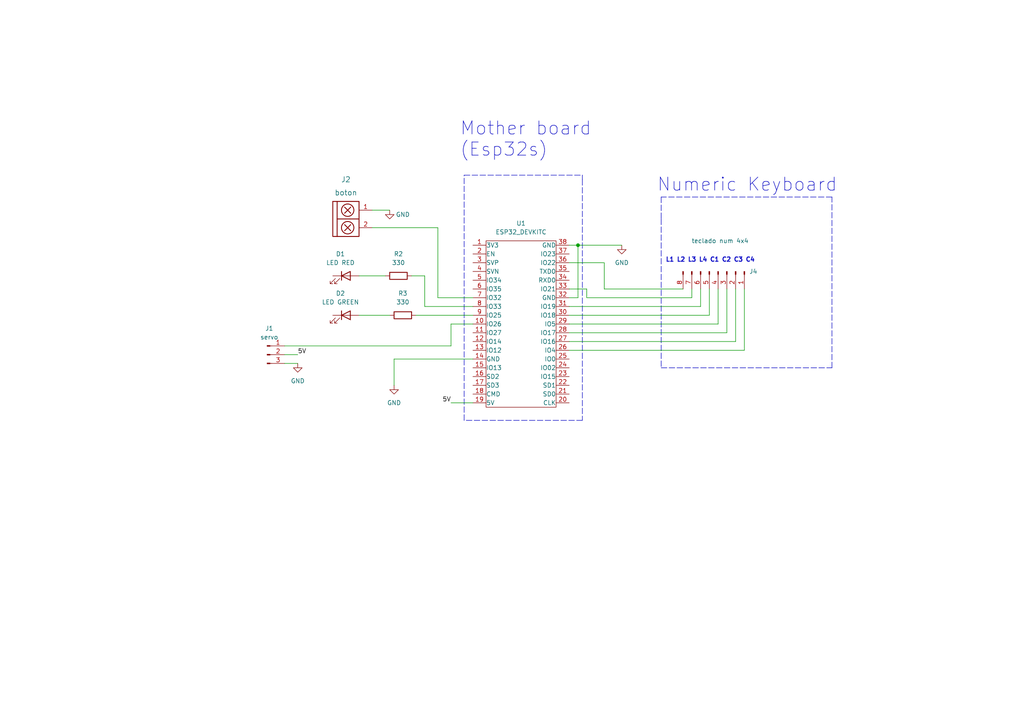
<source format=kicad_sch>
(kicad_sch (version 20211123) (generator eeschema)
  (paper "A4")
  (lib_symbols
    (symbol "Connector:Conn_01x03_Male" (pin_names (offset 1.016) hide)
      (property "Reference" "J" (at 0 5.08 0))
      (property "Value" "Conn_01x03_Male" (at 0 -5.08 0))
      (symbol "Conn_01x03_Male_1_1"
        (polyline (pts (xy 1.27 -2.54) (xy 0.8636 -2.54)) (stroke (width 0.1524)))
        (polyline (pts (xy 1.27 0) (xy 0.8636 0)) (stroke (width 0.1524)))
        (polyline (pts (xy 1.27 2.54) (xy 0.8636 2.54)) (stroke (width 0.1524)))
        (rectangle (start 0.8636 -2.413) (end 0 -2.667) (stroke (width 0.1524)) (fill (type outline)))
        (rectangle (start 0.8636 0.127) (end 0 -0.127) (stroke (width 0.1524)) (fill (type outline)))
        (rectangle (start 0.8636 2.667) (end 0 2.413) (stroke (width 0.1524)) (fill (type outline)))
        (pin passive line (at 5.08 2.54 180) (length 3.81) (name "Pin_1") (number "1"))
        (pin passive line (at 5.08 0 180) (length 3.81) (name "Pin_2") (number "2"))
        (pin passive line (at 5.08 -2.54 180) (length 3.81) (name "Pin_3") (number "3"))
      )
    )
    (symbol "Connector:Conn_01x08_Male" (pin_names (offset 1.016) hide)
      (property "Reference" "J" (at 0 10.16 0))
      (property "Value" "Conn_01x08_Male" (at 0 -12.7 0))
      (symbol "Conn_01x08_Male_1_1"
        (polyline (pts (xy 1.27 -10.16) (xy 0.8636 -10.16)) (stroke (width 0.1524)))
        (polyline (pts (xy 1.27 -7.62) (xy 0.8636 -7.62)) (stroke (width 0.1524)))
        (polyline (pts (xy 1.27 -5.08) (xy 0.8636 -5.08)) (stroke (width 0.1524)))
        (polyline (pts (xy 1.27 -2.54) (xy 0.8636 -2.54)) (stroke (width 0.1524)))
        (polyline (pts (xy 1.27 0) (xy 0.8636 0)) (stroke (width 0.1524)))
        (polyline (pts (xy 1.27 2.54) (xy 0.8636 2.54)) (stroke (width 0.1524)))
        (polyline (pts (xy 1.27 5.08) (xy 0.8636 5.08)) (stroke (width 0.1524)))
        (polyline (pts (xy 1.27 7.62) (xy 0.8636 7.62)) (stroke (width 0.1524)))
        (rectangle (start 0.8636 -10.033) (end 0 -10.287) (stroke (width 0.1524)) (fill (type outline)))
        (rectangle (start 0.8636 -7.493) (end 0 -7.747) (stroke (width 0.1524)) (fill (type outline)))
        (rectangle (start 0.8636 -4.953) (end 0 -5.207) (stroke (width 0.1524)) (fill (type outline)))
        (rectangle (start 0.8636 -2.413) (end 0 -2.667) (stroke (width 0.1524)) (fill (type outline)))
        (rectangle (start 0.8636 0.127) (end 0 -0.127) (stroke (width 0.1524)) (fill (type outline)))
        (rectangle (start 0.8636 2.667) (end 0 2.413) (stroke (width 0.1524)) (fill (type outline)))
        (rectangle (start 0.8636 5.207) (end 0 4.953) (stroke (width 0.1524)) (fill (type outline)))
        (rectangle (start 0.8636 7.747) (end 0 7.493) (stroke (width 0.1524)) (fill (type outline)))
        (pin passive line (at 5.08 7.62 180) (length 3.81) (name "Pin_1") (number "1"))
        (pin passive line (at 5.08 5.08 180) (length 3.81) (name "Pin_2") (number "2"))
        (pin passive line (at 5.08 2.54 180) (length 3.81) (name "Pin_3") (number "3"))
        (pin passive line (at 5.08 0 180) (length 3.81) (name "Pin_4") (number "4"))
        (pin passive line (at 5.08 -2.54 180) (length 3.81) (name "Pin_5") (number "5"))
        (pin passive line (at 5.08 -5.08 180) (length 3.81) (name "Pin_6") (number "6"))
        (pin passive line (at 5.08 -7.62 180) (length 3.81) (name "Pin_7") (number "7"))
        (pin passive line (at 5.08 -10.16 180) (length 3.81) (name "Pin_8") (number "8"))
      )
    )
    (symbol "Device:LED" (pin_numbers hide) (pin_names (offset 1.016) hide)
      (property "Reference" "D" (at 0 2.54 0))
      (property "Value" "LED" (at 0 -2.54 0))
      (symbol "LED_0_1"
        (polyline (pts (xy -1.27 -1.27) (xy -1.27 1.27)) (stroke (width 0.254)))
        (polyline (pts (xy -1.27 0) (xy 1.27 0)))
        (polyline (pts (xy 1.27 -1.27) (xy 1.27 1.27) (xy -1.27 0) (xy 1.27 -1.27)) (stroke (width 0.254)))
        (polyline (pts (xy -3.048 -0.762) (xy -4.572 -2.286) (xy -3.81 -2.286) (xy -4.572 -2.286) (xy -4.572 -1.524)))
        (polyline (pts (xy -1.778 -0.762) (xy -3.302 -2.286) (xy -2.54 -2.286) (xy -3.302 -2.286) (xy -3.302 -1.524)))
      )
      (symbol "LED_1_1"
        (pin passive line (at -3.81 0 0) (length 2.54) (name "K") (number "1"))
        (pin passive line (at 3.81 0 180) (length 2.54) (name "A") (number "2"))
      )
    )
    (symbol "Device:R" (pin_numbers hide) (pin_names (offset 0))
      (property "Reference" "R" (at 2.032 0 90))
      (property "Value" "R" (at 0 0 90))
      (symbol "R_0_1"
        (rectangle (start -1.016 -2.54) (end 1.016 2.54) (stroke (width 0.254)))
      )
      (symbol "R_1_1"
        (pin passive line (at 0 3.81 270) (length 1.27) (name "~") (number "1"))
        (pin passive line (at 0 -3.81 90) (length 1.27) (name "~") (number "2"))
      )
    )
    (symbol "EESTN5:ESP32_DEVKITC" (pin_names (offset 0.0254))
      (property "Reference" "U" (at 0 25.4 0))
      (property "Value" "ESP32_DEVKITC" (at 0 -25.4 0))
      (symbol "ESP32_DEVKITC_0_1"
        (rectangle (start -10.16 24.13) (end 10.16 -24.13))
      )
      (symbol "ESP32_DEVKITC_1_1"
        (pin passive line (at -13.97 22.86 0) (length 3.81) (name "3V3") (number "1"))
        (pin passive line (at -13.97 0 0) (length 3.81) (name "IO26") (number "10"))
        (pin passive line (at -13.97 -2.54 0) (length 3.81) (name "IO27") (number "11"))
        (pin passive line (at -13.97 -5.08 0) (length 3.81) (name "IO14") (number "12"))
        (pin passive line (at -13.97 -7.62 0) (length 3.81) (name "IO12") (number "13"))
        (pin passive line (at -13.97 -10.16 0) (length 3.81) (name "GND") (number "14"))
        (pin passive line (at -13.97 -12.7 0) (length 3.81) (name "IO13") (number "15"))
        (pin passive line (at -13.97 -15.24 0) (length 3.81) (name "SD2") (number "16"))
        (pin passive line (at -13.97 -17.78 0) (length 3.81) (name "SD3") (number "17"))
        (pin passive line (at -13.97 -20.32 0) (length 3.81) (name "CMD") (number "18"))
        (pin passive line (at -13.97 -22.86 0) (length 3.81) (name "5V") (number "19"))
        (pin passive line (at -13.97 20.32 0) (length 3.81) (name "EN") (number "2"))
        (pin passive line (at 13.97 -22.86 180) (length 3.81) (name "CLK") (number "20"))
        (pin passive line (at 13.97 -20.32 180) (length 3.81) (name "SD0") (number "21"))
        (pin passive line (at 13.97 -17.78 180) (length 3.81) (name "SD1") (number "22"))
        (pin passive line (at 13.97 -15.24 180) (length 3.81) (name "IO15") (number "23"))
        (pin passive line (at 13.97 -12.7 180) (length 3.81) (name "IO02") (number "24"))
        (pin passive line (at 13.97 -10.16 180) (length 3.81) (name "IO0") (number "25"))
        (pin passive line (at 13.97 -7.62 180) (length 3.81) (name "IO4") (number "26"))
        (pin passive line (at 13.97 -5.08 180) (length 3.81) (name "IO16") (number "27"))
        (pin passive line (at 13.97 -2.54 180) (length 3.81) (name "IO17") (number "28"))
        (pin passive line (at 13.97 0 180) (length 3.81) (name "IO5") (number "29"))
        (pin passive line (at -13.97 17.78 0) (length 3.81) (name "SVP") (number "3"))
        (pin passive line (at 13.97 2.54 180) (length 3.81) (name "IO18") (number "30"))
        (pin passive line (at 13.97 5.08 180) (length 3.81) (name "IO19") (number "31"))
        (pin passive line (at 13.97 7.62 180) (length 3.81) (name "GND") (number "32"))
        (pin passive line (at 13.97 10.16 180) (length 3.81) (name "IO21") (number "33"))
        (pin passive line (at 13.97 12.7 180) (length 3.81) (name "RXD0") (number "34"))
        (pin passive line (at 13.97 15.24 180) (length 3.81) (name "TXD0") (number "35"))
        (pin passive line (at 13.97 17.78 180) (length 3.81) (name "IO22") (number "36"))
        (pin passive line (at 13.97 20.32 180) (length 3.81) (name "IO23") (number "37"))
        (pin passive line (at 13.97 22.86 180) (length 3.81) (name "GND") (number "38"))
        (pin passive line (at -13.97 15.24 0) (length 3.81) (name "SVN") (number "4"))
        (pin passive line (at -13.97 12.7 0) (length 3.81) (name "IO34") (number "5"))
        (pin passive line (at -13.97 10.16 0) (length 3.81) (name "IO35") (number "6"))
        (pin passive line (at -13.97 7.62 0) (length 3.81) (name "IO32") (number "7"))
        (pin passive line (at -13.97 5.08 0) (length 3.81) (name "IO33") (number "8"))
        (pin passive line (at -13.97 2.54 0) (length 3.81) (name "IO25") (number "9"))
      )
    )
    (symbol "EESTN5:Step_Down_Mini" (pin_names (offset 0))
      (property "Reference" "J" (at 0 6.35 0))
      (property "Value" "Step_Down_Mini" (at 0 -6.35 0))
      (symbol "Step_Down_Mini_0_0"
        (text "EN" (at 1.905 3.81 0) (effects (font (size 1.27 1.27))))
        (text "GND" (at 2.54 -1.27 0) (effects (font (size 1.27 1.27))))
        (text "VIN+" (at 3.175 1.27 0) (effects (font (size 1.27 1.27))))
        (text "VO+" (at 2.54 -3.81 0) (effects (font (size 1.27 1.27))))
      )
      (symbol "Step_Down_Mini_0_1"
        (rectangle (start 6.35 5.08) (end 0 -5.08))
      )
      (symbol "Step_Down_Mini_1_1"
        (pin passive line (at -2.54 3.81 0) (length 2.54) (name "~") (number "1"))
        (pin passive line (at -2.54 1.27 0) (length 2.54) (name "~") (number "2"))
        (pin passive line (at -2.54 -1.27 0) (length 2.54) (name "~") (number "3"))
        (pin passive line (at -2.54 -3.81 0) (length 2.54) (name "~") (number "4"))
      )
    )
    (symbol "EESTN5:TB_1X2" (pin_names (offset 1.016))
      (property "Reference" "J" (at 0 7.62 0))
      (property "Value" "TB_1X2" (at 1.27 -7.62 0))
      (symbol "TB_1X2_0_1"
        (rectangle (start -2.54 5.08) (end 5.08 -5.08) (stroke (width 0.254)))
        (polyline (pts (xy -1.27 0) (xy 5.08 0)) (stroke (width 0.254)))
        (polyline (pts (xy -1.27 5.08) (xy -1.27 -5.08)) (stroke (width 0.254)))
        (polyline (pts (xy 0.889 -3.429) (xy 2.667 -1.651)) (stroke (width 0.254)))
        (polyline (pts (xy 0.889 -1.651) (xy 2.667 -3.429)) (stroke (width 0.254)))
        (polyline (pts (xy 0.889 1.651) (xy 2.667 3.429)) (stroke (width 0.254)))
        (polyline (pts (xy 0.889 3.429) (xy 2.667 1.651)) (stroke (width 0.254)))
        (circle (center 1.778 -2.54) (radius 1.8034) (stroke (width 0.254)))
        (circle (center 1.778 2.54) (radius 1.8034) (stroke (width 0.254)))
      )
      (symbol "TB_1X2_1_1"
        (pin input line (at 8.89 2.54 180) (length 3.81) (name "~") (number "1"))
        (pin input line (at 8.89 -2.54 180) (length 3.81) (name "~") (number "2"))
      )
    )
    (symbol "power:GND" (power) (pin_names (offset 0))
      (property "Value" "GND" (at 0 -3.81 0))
      (symbol "GND_0_1"
        (polyline (pts (xy 0 0) (xy 0 -1.27) (xy 1.27 -1.27) (xy 0 -2.54) (xy -1.27 -1.27) (xy 0 -1.27)))
      )
      (symbol "GND_1_1"
        (pin power_in line (at 0 0 270) (length 0) hide (name "GND") (number "1"))
      )
    )
  )
  (junction (at 167.64 71.12))
  (wire (pts (xy 137.16 104.14) (xy 114.3 104.14)))
  (wire (pts (xy 321.31 81.28) (xy 335.28 81.28)))
  (wire (pts (xy 165.1 93.98) (xy 208.28 93.98)))
  (wire (pts (xy 167.64 86.36) (xy 167.64 71.12)))
  (wire (pts (xy 321.31 76.2) (xy 363.22 76.2)))
  (wire (pts (xy 165.1 86.36) (xy 167.64 86.36)))
  (wire (pts (xy 130.81 93.98) (xy 137.16 93.98)))
  (wire (pts (xy 107.95 66.04) (xy 127 66.04)))
  (wire (pts (xy 203.2 88.9) (xy 165.1 88.9)))
  (wire (pts (xy 175.26 76.2) (xy 165.1 76.2)))
  (polyline (pts (xy 241.3 106.68) (xy 241.3 57.15)))
  (wire (pts (xy 200.66 83.82) (xy 200.66 86.36)))
  (polyline (pts (xy 134.62 50.8) (xy 168.91 50.8)))
  (polyline (pts (xy 191.77 106.68) (xy 241.3 106.68)))
  (wire (pts (xy 127 66.04) (xy 127 86.36)))
  (wire (pts (xy 104.14 80.01) (xy 111.76 80.01)))
  (polyline (pts (xy 191.77 57.15) (xy 191.77 63.5)))
  (wire (pts (xy 215.9 83.82) (xy 215.9 101.6)))
  (wire (pts (xy 203.2 83.82) (xy 203.2 88.9)))
  (wire (pts (xy 107.95 60.96) (xy 113.03 60.96)))
  (wire (pts (xy 208.28 93.98) (xy 208.28 83.82)))
  (wire (pts (xy 165.1 71.12) (xy 167.64 71.12)))
  (wire (pts (xy 82.55 100.33) (xy 130.81 100.33)))
  (wire (pts (xy 200.66 86.36) (xy 170.18 86.36)))
  (polyline (pts (xy 168.91 121.92) (xy 134.62 121.92)))
  (wire (pts (xy 215.9 101.6) (xy 165.1 101.6)))
  (wire (pts (xy 119.38 80.01) (xy 123.19 80.01)))
  (wire (pts (xy 335.28 78.74) (xy 363.22 78.74)))
  (wire (pts (xy 210.82 83.82) (xy 210.82 96.52)))
  (polyline (pts (xy 168.91 52.07) (xy 168.91 121.92)))
  (wire (pts (xy 170.18 83.82) (xy 165.1 83.82)))
  (wire (pts (xy 198.12 83.82) (xy 175.26 83.82)))
  (wire (pts (xy 213.36 99.06) (xy 165.1 99.06)))
  (wire (pts (xy 123.19 88.9) (xy 137.16 88.9)))
  (wire (pts (xy 337.82 81.28) (xy 363.22 81.28)))
  (wire (pts (xy 165.1 91.44) (xy 205.74 91.44)))
  (wire (pts (xy 213.36 83.82) (xy 213.36 99.06)))
  (wire (pts (xy 120.65 91.44) (xy 137.16 91.44)))
  (wire (pts (xy 210.82 96.52) (xy 165.1 96.52)))
  (wire (pts (xy 167.64 71.12) (xy 180.34 71.12)))
  (wire (pts (xy 114.3 104.14) (xy 114.3 111.76)))
  (wire (pts (xy 170.18 86.36) (xy 170.18 83.82)))
  (wire (pts (xy 127 86.36) (xy 137.16 86.36)))
  (wire (pts (xy 353.06 83.82) (xy 363.22 83.82)))
  (wire (pts (xy 335.28 81.28) (xy 335.28 78.74)))
  (polyline (pts (xy 134.62 121.92) (xy 134.62 50.8)))
  (wire (pts (xy 82.55 102.87) (xy 86.36 102.87)))
  (wire (pts (xy 123.19 80.01) (xy 123.19 88.9)))
  (wire (pts (xy 205.74 91.44) (xy 205.74 83.82)))
  (wire (pts (xy 130.81 93.98) (xy 130.81 100.33)))
  (wire (pts (xy 104.14 91.44) (xy 113.03 91.44)))
  (polyline (pts (xy 191.77 63.5) (xy 191.77 106.68)))
  (wire (pts (xy 130.81 116.84) (xy 137.16 116.84)))
  (polyline (pts (xy 241.3 57.15) (xy 191.77 57.15)))
  (wire (pts (xy 82.55 105.41) (xy 86.36 105.41)))
  (polyline (pts (xy 168.91 50.8) (xy 168.91 52.07)))
  (wire (pts (xy 175.26 83.82) (xy 175.26 76.2)))
  (text "Mother board\n(Esp32s)" (at 133.35 45.72 0) (effects (font (size 3.81 3.81)) (justify left bottom)))
  (text "Step down\n" (at 302.26 50.8 0) (effects (font (size 8.89 8.89)) (justify left bottom)))
  (text "Numeric Keyboard" (at 190.5 55.88 0) (effects (font (size 3.81 3.81)) (justify left bottom)))
  (text "L1 L2 L3 L4 C1 C2 C3 C4" (at 193.04 76.2 0) (effects (font (size 1.27 1.27) (thickness 0.254) bold) (justify left bottom)))
  (label "5V" (at 130.81 116.84 180))
  (label "5V" (at 353.06 83.82 0))
  (label "5V" (at 86.36 102.87 0))
  (symbol (lib_id "EESTN5:TB_1X2") (at 99.06 63.5 0) (unit 1)
    (property "Reference" "J2" (at 100.33 52.07 0) (effects (font (size 1.524 1.524))))
    (property "Value" "boton" (at 100.33 55.88 0) (effects (font (size 1.524 1.524))))
    (property "Footprint" "EESTN5:BORNERA2_AZUL" (effects hide))
  )
  (symbol (lib_id "Device:R") (at 116.84 91.44 90) (unit 1)
    (property "Reference" "R3" (at 116.84 85.09 90))
    (property "Value" "330" (at 116.84 87.63 90))
    (property "Footprint" "EESTN5:RES0.2" (effects hide))
  )
  (symbol (lib_id "power:GND") (at 86.36 105.41 0) (unit 1)
    (property "Reference" "#PWR0103" (effects hide))
    (property "Value" "GND" (at 86.36 110.49 0))
  )
  (symbol (lib_id "power:GND") (at 337.82 81.28 0) (unit 1)
    (property "Reference" "#PWR0102" (effects hide))
    (property "Value" "GND" (at 337.82 86.36 0))
  )
  (symbol (lib_id "Device:LED") (at 100.33 91.44 0) (unit 1)
    (property "Reference" "D2" (at 98.7425 85.09 0))
    (property "Value" "LED GREEN" (at 98.7425 87.63 0))
    (property "Footprint" "EESTN5:led_3mm_green" (effects hide))
  )
  (symbol (lib_id "EESTN5:Step_Down_Mini") (at 365.76 80.01 0) (unit 1)
    (property "Reference" "J5" (at 373.38 78.74 0) (effects (font (size 1.524 1.524)) (justify left)))
    (property "Value" "Step_Down_Mini" (at 373.38 82.55 0) (effects (font (size 1.524 1.524)) (justify left)))
    (property "Footprint" "EESTN5:Step_Down_Mini" (effects hide))
  )
  (symbol (lib_id "Connector:Conn_01x08_Male") (at 208.28 78.74 270) (unit 1)
    (property "Reference" "J4" (at 219.71 78.74 90) (effects (justify right)))
    (property "Value" "teclado num 4x4" (at 217.17 69.85 90) (effects (justify right)))
    (property "Footprint" "EESTN5:Pin_Header_Straight_1x08" (effects hide))
  )
  (symbol (lib_id "Device:R") (at 115.57 80.01 90) (unit 1)
    (property "Reference" "R2" (at 115.57 73.66 90))
    (property "Value" "330" (at 115.57 76.2 90))
    (property "Footprint" "EESTN5:RES0.2" (effects hide))
  )
  (symbol (lib_id "power:GND") (at 114.3 111.76 0) (unit 1)
    (property "Reference" "#PWR0104" (effects hide))
    (property "Value" "GND" (at 114.3 116.84 0))
  )
  (symbol (lib_id "EESTN5:TB_1X2") (at 312.42 78.74 0) (unit 1)
    (property "Reference" "J3" (at 307.34 78.74 0) (effects (font (size 1.524 1.524))))
    (property "Value" "TB_1X2" (at 313.69 71.12 0) (effects (font (size 1.524 1.524))))
    (property "Footprint" "EESTN5:BORNERA2_AZUL" (effects hide))
  )
  (symbol (lib_id "EESTN5:ESP32_DEVKITC") (at 151.13 93.98 0) (unit 1)
    (property "Reference" "U1" (at 151.13 64.77 0))
    (property "Value" "ESP32_DEVKITC" (at 151.13 67.31 0))
    (property "Footprint" "EESTN5:ESP32_DEVKITC" (effects hide))
  )
  (symbol (lib_id "power:GND") (at 180.34 71.12 0) (unit 1)
    (property "Reference" "#PWR0101" (effects hide))
    (property "Value" "GND" (at 180.34 76.2 0))
  )
  (symbol (lib_id "Connector:Conn_01x03_Male") (at 77.47 102.87 0) (unit 1)
    (property "Reference" "J1" (at 78.105 95.25 0))
    (property "Value" "servo" (at 78.105 97.79 0))
    (property "Footprint" "EESTN5:Pin_Header_3" (effects hide))
  )
  (symbol (lib_id "power:GND") (at 113.03 60.96 0) (unit 1)
    (property "Reference" "#PWR0105" (effects hide))
    (property "Value" "GND" (at 116.84 62.23 0))
  )
  (symbol (lib_id "Device:LED") (at 100.33 80.01 0) (unit 1)
    (property "Reference" "D1" (at 98.7425 73.66 0))
    (property "Value" "LED RED" (at 98.7425 76.2 0))
    (property "Footprint" "EESTN5:led_3mm_red" (effects hide))
  )
)
</source>
